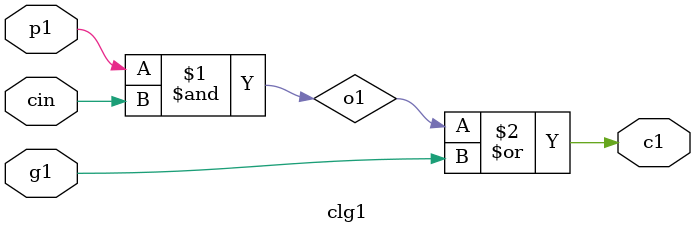
<source format=v>
`timescale 1ns / 1ps

module clg1(p1,g1,cin,c1);
  
  input p1;
  input g1;
  input cin;
  output c1;

  and and1 (o1,p1,cin);
  or or1 (c1,o1,g1);

endmodule
</source>
